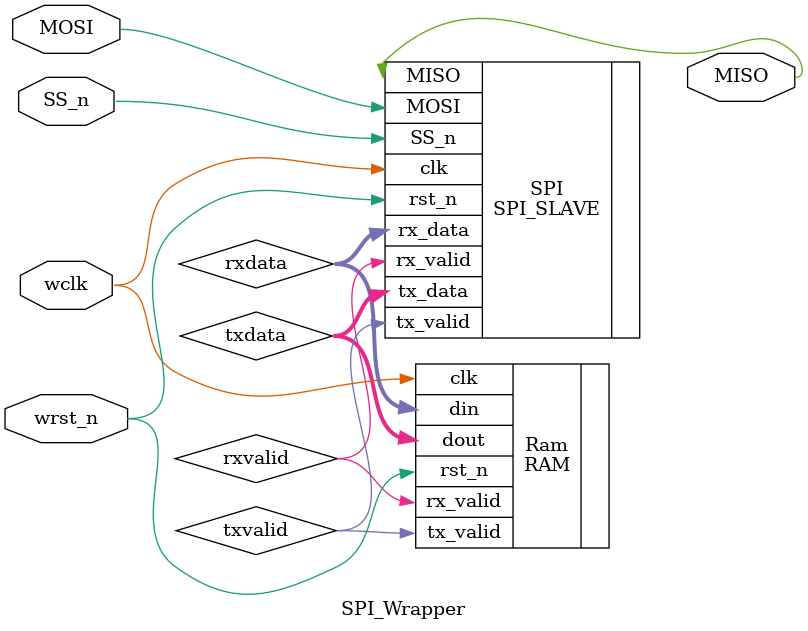
<source format=v>
module SPI_Wrapper (
    input   MOSI, 
    input   wclk, 
    input   wrst_n,
    input   SS_n,
    output          MISO
);
    // Internal signals
    parameter MEM_DEPTH = 256;
    parameter ADDR_SIZE = 8;

    wire          rxvalid;
    wire          txvalid;
    wire   [9:0]  rxdata;
    wire   [7:0]  txdata;

    // Instantiate SPI Slave module
    SPI_SLAVE SPI (
        .MOSI(MOSI),
        .MISO(MISO),
        .SS_n(SS_n),
        .clk(wclk),
        .rst_n(wrst_n),
        .rx_data(rxdata),
        .rx_valid(rxvalid),
        .tx_valid(txvalid),
        .tx_data(txdata)
    );

    // Instantiate RAM module
    RAM #(MEM_DEPTH, ADDR_SIZE) Ram (
        .din(rxdata),
        .rx_valid(rxvalid),
        .dout(txdata),
        .tx_valid(txvalid),
        .clk(wclk),
        .rst_n(wrst_n)
    );
endmodule
</source>
